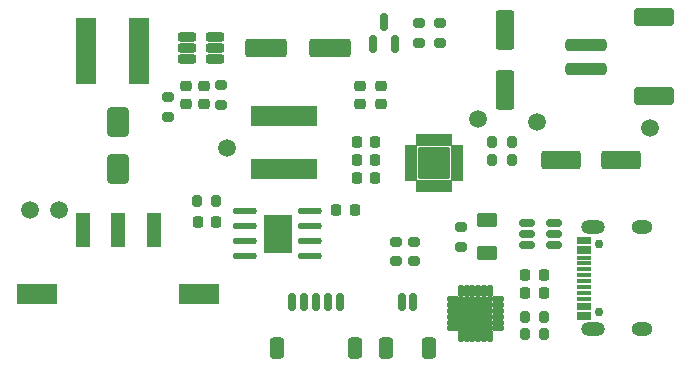
<source format=gbr>
%TF.GenerationSoftware,KiCad,Pcbnew,8.0.7*%
%TF.CreationDate,2025-01-06T14:24:51-08:00*%
%TF.ProjectId,motion-play-power,6d6f7469-6f6e-42d7-906c-61792d706f77,rev?*%
%TF.SameCoordinates,Original*%
%TF.FileFunction,Soldermask,Top*%
%TF.FilePolarity,Negative*%
%FSLAX46Y46*%
G04 Gerber Fmt 4.6, Leading zero omitted, Abs format (unit mm)*
G04 Created by KiCad (PCBNEW 8.0.7) date 2025-01-06 14:24:51*
%MOMM*%
%LPD*%
G01*
G04 APERTURE LIST*
G04 Aperture macros list*
%AMRoundRect*
0 Rectangle with rounded corners*
0 $1 Rounding radius*
0 $2 $3 $4 $5 $6 $7 $8 $9 X,Y pos of 4 corners*
0 Add a 4 corners polygon primitive as box body*
4,1,4,$2,$3,$4,$5,$6,$7,$8,$9,$2,$3,0*
0 Add four circle primitives for the rounded corners*
1,1,$1+$1,$2,$3*
1,1,$1+$1,$4,$5*
1,1,$1+$1,$6,$7*
1,1,$1+$1,$8,$9*
0 Add four rect primitives between the rounded corners*
20,1,$1+$1,$2,$3,$4,$5,0*
20,1,$1+$1,$4,$5,$6,$7,0*
20,1,$1+$1,$6,$7,$8,$9,0*
20,1,$1+$1,$8,$9,$2,$3,0*%
G04 Aperture macros list end*
%ADD10RoundRect,0.200000X0.275000X-0.200000X0.275000X0.200000X-0.275000X0.200000X-0.275000X-0.200000X0*%
%ADD11C,1.500000*%
%ADD12RoundRect,0.225000X0.250000X-0.225000X0.250000X0.225000X-0.250000X0.225000X-0.250000X-0.225000X0*%
%ADD13RoundRect,0.200000X0.200000X0.275000X-0.200000X0.275000X-0.200000X-0.275000X0.200000X-0.275000X0*%
%ADD14C,0.750000*%
%ADD15O,2.000000X1.200000*%
%ADD16O,1.800000X1.200000*%
%ADD17R,1.300000X0.300000*%
%ADD18RoundRect,0.225000X-0.225000X-0.250000X0.225000X-0.250000X0.225000X0.250000X-0.225000X0.250000X0*%
%ADD19RoundRect,0.150000X-0.512500X-0.150000X0.512500X-0.150000X0.512500X0.150000X-0.512500X0.150000X0*%
%ADD20RoundRect,0.225000X0.225000X0.250000X-0.225000X0.250000X-0.225000X-0.250000X0.225000X-0.250000X0*%
%ADD21RoundRect,0.250000X0.550000X-1.412500X0.550000X1.412500X-0.550000X1.412500X-0.550000X-1.412500X0*%
%ADD22R,5.700000X1.700000*%
%ADD23RoundRect,0.225000X-0.250000X0.225000X-0.250000X-0.225000X0.250000X-0.225000X0.250000X0.225000X0*%
%ADD24RoundRect,0.250000X1.500000X-0.250000X1.500000X0.250000X-1.500000X0.250000X-1.500000X-0.250000X0*%
%ADD25RoundRect,0.250001X1.449999X-0.499999X1.449999X0.499999X-1.449999X0.499999X-1.449999X-0.499999X0*%
%ADD26RoundRect,0.250000X0.650000X-1.000000X0.650000X1.000000X-0.650000X1.000000X-0.650000X-1.000000X0*%
%ADD27RoundRect,0.200000X-0.275000X0.200000X-0.275000X-0.200000X0.275000X-0.200000X0.275000X0.200000X0*%
%ADD28RoundRect,0.150000X-0.150000X-0.625000X0.150000X-0.625000X0.150000X0.625000X-0.150000X0.625000X0*%
%ADD29RoundRect,0.250000X-0.350000X-0.650000X0.350000X-0.650000X0.350000X0.650000X-0.350000X0.650000X0*%
%ADD30RoundRect,0.059250X0.177750X-0.472750X0.177750X0.472750X-0.177750X0.472750X-0.177750X-0.472750X0*%
%ADD31RoundRect,0.059250X0.472750X-0.177750X0.472750X0.177750X-0.472750X0.177750X-0.472750X-0.177750X0*%
%ADD32RoundRect,0.102000X1.225000X-1.225000X1.225000X1.225000X-1.225000X1.225000X-1.225000X-1.225000X0*%
%ADD33R,1.300000X3.000000*%
%ADD34R,3.500000X1.700000*%
%ADD35RoundRect,0.250000X-1.500000X-0.550000X1.500000X-0.550000X1.500000X0.550000X-1.500000X0.550000X0*%
%ADD36RoundRect,0.150000X0.150000X-0.587500X0.150000X0.587500X-0.150000X0.587500X-0.150000X-0.587500X0*%
%ADD37R,1.700000X5.700000*%
%ADD38RoundRect,0.058000X-0.174000X0.464000X-0.174000X-0.464000X0.174000X-0.464000X0.174000X0.464000X0*%
%ADD39RoundRect,0.058000X-0.464000X0.174000X-0.464000X-0.174000X0.464000X-0.174000X0.464000X0.174000X0*%
%ADD40RoundRect,0.102000X-1.350000X1.350000X-1.350000X-1.350000X1.350000X-1.350000X1.350000X1.350000X0*%
%ADD41C,0.610000*%
%ADD42O,2.040000X0.570000*%
%ADD43R,2.400000X3.200000*%
%ADD44RoundRect,0.250000X0.625000X-0.375000X0.625000X0.375000X-0.625000X0.375000X-0.625000X-0.375000X0*%
%ADD45RoundRect,0.250000X-1.412500X-0.550000X1.412500X-0.550000X1.412500X0.550000X-1.412500X0.550000X0*%
%ADD46RoundRect,0.198500X-0.588500X-0.198500X0.588500X-0.198500X0.588500X0.198500X-0.588500X0.198500X0*%
G04 APERTURE END LIST*
D10*
%TO.C,R5*%
X164750000Y-100075000D03*
X164750000Y-98425000D03*
%TD*%
D11*
%TO.C,GND*%
X180750000Y-90000000D03*
%TD*%
D12*
%TO.C,C9*%
X143000000Y-88025000D03*
X143000000Y-86475000D03*
%TD*%
D13*
%TO.C,R2*%
X171825000Y-106000000D03*
X170175000Y-106000000D03*
%TD*%
D14*
%TO.C,USBC1*%
X176422500Y-105650000D03*
X176422500Y-99850000D03*
D15*
X175922500Y-107080000D03*
X175922500Y-98420000D03*
D16*
X180102500Y-98420000D03*
X180102500Y-107080000D03*
D17*
X175162500Y-106100000D03*
X175162500Y-105300000D03*
X175162500Y-104000000D03*
X175162500Y-103000000D03*
X175162500Y-102500000D03*
X175162500Y-101500000D03*
X175162500Y-100200000D03*
X175162500Y-99400000D03*
X175162500Y-99700000D03*
X175162500Y-100500000D03*
X175162500Y-101000000D03*
X175162500Y-102000000D03*
X175162500Y-103500000D03*
X175162500Y-104500000D03*
X175162500Y-105000000D03*
X175162500Y-105800000D03*
%TD*%
D18*
%TO.C,C12*%
X142475000Y-98000000D03*
X144025000Y-98000000D03*
%TD*%
D19*
%TO.C,U2*%
X170362500Y-98050000D03*
X170362500Y-99000000D03*
X170362500Y-99950000D03*
X172637500Y-99950000D03*
X172637500Y-99000000D03*
X172637500Y-98050000D03*
%TD*%
D13*
%TO.C,R11*%
X144075000Y-96250000D03*
X142425000Y-96250000D03*
%TD*%
D20*
%TO.C,C3*%
X157525000Y-91250000D03*
X155975000Y-91250000D03*
%TD*%
D21*
%TO.C,C13*%
X168500000Y-86787500D03*
X168500000Y-81712500D03*
%TD*%
D22*
%TO.C,L1*%
X149750000Y-93500000D03*
X149750000Y-89000000D03*
%TD*%
D23*
%TO.C,C6*%
X158000000Y-86475000D03*
X158000000Y-88025000D03*
%TD*%
D24*
%TO.C,J1*%
X175400000Y-85000000D03*
X175400000Y-83000000D03*
D25*
X181150000Y-87350000D03*
X181150000Y-80650000D03*
%TD*%
D26*
%TO.C,D1*%
X135750000Y-89500000D03*
X135750000Y-93500000D03*
%TD*%
D27*
%TO.C,R9*%
X144500000Y-86425000D03*
X144500000Y-88075000D03*
%TD*%
D28*
%TO.C,J4*%
X150500000Y-104750000D03*
X151500000Y-104750000D03*
X152500000Y-104750000D03*
X153500000Y-104750000D03*
X154500000Y-104750000D03*
D29*
X149200000Y-108625000D03*
X155800000Y-108625000D03*
%TD*%
D13*
%TO.C,R6*%
X169075000Y-92750000D03*
X167425000Y-92750000D03*
%TD*%
D10*
%TO.C,R10*%
X140000000Y-89075000D03*
X140000000Y-87425000D03*
%TD*%
D13*
%TO.C,TH1*%
X169075000Y-91250000D03*
X167425000Y-91250000D03*
%TD*%
D18*
%TO.C,C1*%
X170225000Y-102500000D03*
X171775000Y-102500000D03*
%TD*%
D30*
%TO.C,U3*%
X161250000Y-94935000D03*
X161750000Y-94935000D03*
X162250000Y-94935000D03*
X162750000Y-94935000D03*
X163250000Y-94935000D03*
X163750000Y-94935000D03*
D31*
X164435000Y-94250000D03*
X164435000Y-93750000D03*
X164435000Y-93250000D03*
X164435000Y-92750000D03*
X164435000Y-92250000D03*
X164435000Y-91750000D03*
D30*
X163750000Y-91065000D03*
X163250000Y-91065000D03*
X162750000Y-91065000D03*
X162250000Y-91065000D03*
X161750000Y-91065000D03*
X161250000Y-91065000D03*
D31*
X160565000Y-91750000D03*
X160565000Y-92250000D03*
X160565000Y-92750000D03*
X160565000Y-93250000D03*
X160565000Y-93750000D03*
X160565000Y-94250000D03*
D32*
X162500000Y-93000000D03*
%TD*%
D20*
%TO.C,C5*%
X157525000Y-92750000D03*
X155975000Y-92750000D03*
%TD*%
D27*
%TO.C,R8*%
X163000000Y-81175000D03*
X163000000Y-82825000D03*
%TD*%
D33*
%TO.C,CN1*%
X138750000Y-98657500D03*
X135750000Y-98657500D03*
X132750000Y-98657500D03*
D34*
X128890000Y-104097500D03*
X142610000Y-104097500D03*
%TD*%
D35*
%TO.C,C8*%
X148300000Y-83250000D03*
X153700000Y-83250000D03*
%TD*%
D11*
%TO.C,TP3*%
X171250000Y-89500000D03*
%TD*%
D13*
%TO.C,R1*%
X171825000Y-107500000D03*
X170175000Y-107500000D03*
%TD*%
D11*
%TO.C,VBAT*%
X166250000Y-89250000D03*
%TD*%
%TO.C,3.3V*%
X130750000Y-97000000D03*
%TD*%
D27*
%TO.C,R7*%
X161250000Y-81175000D03*
X161250000Y-82825000D03*
%TD*%
D36*
%TO.C,Q1*%
X157300000Y-82937500D03*
X159200000Y-82937500D03*
X158250000Y-81062500D03*
%TD*%
D37*
%TO.C,L2*%
X137500000Y-83500000D03*
X133000000Y-83500000D03*
%TD*%
D28*
%TO.C,J3*%
X159750000Y-104750000D03*
X160750000Y-104750000D03*
D29*
X158450000Y-108625000D03*
X162050000Y-108625000D03*
%TD*%
D38*
%TO.C,U1*%
X167250000Y-103820000D03*
X166750000Y-103820000D03*
X166250000Y-103820000D03*
X165750000Y-103820000D03*
X165250000Y-103820000D03*
X164750000Y-103820000D03*
D39*
X164070000Y-104500000D03*
X164070000Y-105000000D03*
X164070000Y-105500000D03*
X164070000Y-106000000D03*
X164070000Y-106500000D03*
X164070000Y-107000000D03*
D38*
X164750000Y-107680000D03*
X165250000Y-107680000D03*
X165750000Y-107680000D03*
X166250000Y-107680000D03*
X166750000Y-107680000D03*
X167250000Y-107680000D03*
D39*
X167930000Y-107000000D03*
X167930000Y-106500000D03*
X167930000Y-106000000D03*
X167930000Y-105500000D03*
X167930000Y-105000000D03*
X167930000Y-104500000D03*
D40*
X166000000Y-105750000D03*
%TD*%
D41*
%TO.C,U5*%
X149750000Y-98500000D03*
X148750000Y-98500000D03*
X149750000Y-99500000D03*
X148750000Y-99500000D03*
D42*
X146480000Y-97090000D03*
X146480000Y-98370000D03*
X146480000Y-99630000D03*
X146480000Y-100900000D03*
X152020000Y-100900000D03*
X152020000Y-99630000D03*
X152020000Y-98370000D03*
X152020000Y-97090000D03*
D43*
X149250000Y-99000000D03*
%TD*%
D20*
%TO.C,C4*%
X157525000Y-94250000D03*
X155975000Y-94250000D03*
%TD*%
D10*
%TO.C,R3*%
X159250000Y-101325000D03*
X159250000Y-99675000D03*
%TD*%
D12*
%TO.C,C10*%
X141500000Y-88025000D03*
X141500000Y-86475000D03*
%TD*%
D10*
%TO.C,R4*%
X160760000Y-101325000D03*
X160760000Y-99675000D03*
%TD*%
D44*
%TO.C,F1*%
X167000000Y-100650000D03*
X167000000Y-97850000D03*
%TD*%
D45*
%TO.C,C14*%
X173212500Y-92750000D03*
X178287500Y-92750000D03*
%TD*%
D11*
%TO.C,GND*%
X128250000Y-97000000D03*
%TD*%
D23*
%TO.C,C7*%
X156250000Y-86475000D03*
X156250000Y-88025000D03*
%TD*%
D18*
%TO.C,C2*%
X170225000Y-104010000D03*
X171775000Y-104010000D03*
%TD*%
D11*
%TO.C,VSYS*%
X145000000Y-91750000D03*
%TD*%
D46*
%TO.C,U4*%
X141580000Y-82300000D03*
X141580000Y-83250000D03*
X141580000Y-84200000D03*
X143920000Y-84200000D03*
X143920000Y-83250000D03*
X143920000Y-82300000D03*
%TD*%
D20*
%TO.C,C11*%
X155775000Y-97000000D03*
X154225000Y-97000000D03*
%TD*%
M02*

</source>
